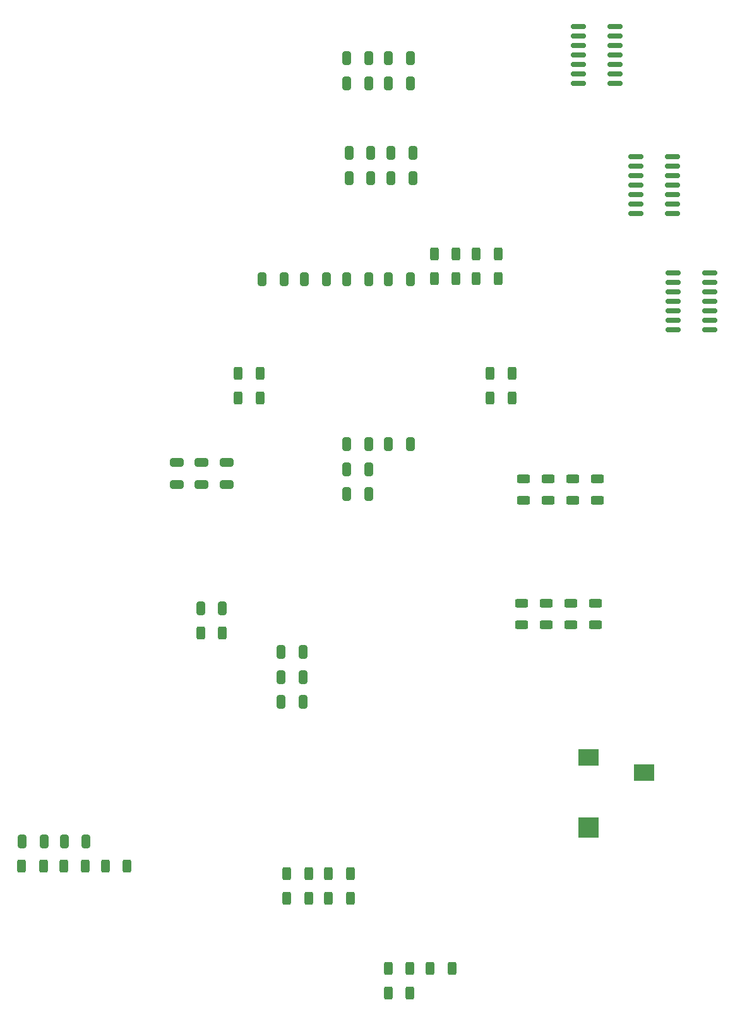
<source format=gbr>
%TF.GenerationSoftware,KiCad,Pcbnew,7.0.6*%
%TF.CreationDate,2023-07-25T22:23:12+05:30*%
%TF.ProjectId,class2_assignment,636c6173-7332-45f6-9173-7369676e6d65,rev?*%
%TF.SameCoordinates,Original*%
%TF.FileFunction,Paste,Top*%
%TF.FilePolarity,Positive*%
%FSLAX46Y46*%
G04 Gerber Fmt 4.6, Leading zero omitted, Abs format (unit mm)*
G04 Created by KiCad (PCBNEW 7.0.6) date 2023-07-25 22:23:12*
%MOMM*%
%LPD*%
G01*
G04 APERTURE LIST*
G04 Aperture macros list*
%AMRoundRect*
0 Rectangle with rounded corners*
0 $1 Rounding radius*
0 $2 $3 $4 $5 $6 $7 $8 $9 X,Y pos of 4 corners*
0 Add a 4 corners polygon primitive as box body*
4,1,4,$2,$3,$4,$5,$6,$7,$8,$9,$2,$3,0*
0 Add four circle primitives for the rounded corners*
1,1,$1+$1,$2,$3*
1,1,$1+$1,$4,$5*
1,1,$1+$1,$6,$7*
1,1,$1+$1,$8,$9*
0 Add four rect primitives between the rounded corners*
20,1,$1+$1,$2,$3,$4,$5,0*
20,1,$1+$1,$4,$5,$6,$7,0*
20,1,$1+$1,$6,$7,$8,$9,0*
20,1,$1+$1,$8,$9,$2,$3,0*%
G04 Aperture macros list end*
%ADD10RoundRect,0.150000X-0.825000X-0.150000X0.825000X-0.150000X0.825000X0.150000X-0.825000X0.150000X0*%
%ADD11R,2.800000X2.200000*%
%ADD12R,2.800000X2.800000*%
%ADD13RoundRect,0.250000X-0.650000X0.325000X-0.650000X-0.325000X0.650000X-0.325000X0.650000X0.325000X0*%
%ADD14RoundRect,0.250000X-0.312500X-0.625000X0.312500X-0.625000X0.312500X0.625000X-0.312500X0.625000X0*%
%ADD15RoundRect,0.250000X-0.325000X-0.650000X0.325000X-0.650000X0.325000X0.650000X-0.325000X0.650000X0*%
%ADD16RoundRect,0.250000X-0.625000X0.312500X-0.625000X-0.312500X0.625000X-0.312500X0.625000X0.312500X0*%
%ADD17RoundRect,0.250000X0.325000X0.650000X-0.325000X0.650000X-0.325000X-0.650000X0.325000X-0.650000X0*%
G04 APERTURE END LIST*
D10*
%TO.C,U3*%
X271780000Y-55880000D03*
X271780000Y-57150000D03*
X271780000Y-58420000D03*
X271780000Y-59690000D03*
X271780000Y-60960000D03*
X271780000Y-62230000D03*
X271780000Y-63500000D03*
X276730000Y-63500000D03*
X276730000Y-62230000D03*
X276730000Y-60960000D03*
X276730000Y-59690000D03*
X276730000Y-58420000D03*
X276730000Y-57150000D03*
X276730000Y-55880000D03*
%TD*%
%TO.C,U1*%
X259080000Y-22860000D03*
X259080000Y-24130000D03*
X259080000Y-25400000D03*
X259080000Y-26670000D03*
X259080000Y-27940000D03*
X259080000Y-29210000D03*
X259080000Y-30480000D03*
X264030000Y-30480000D03*
X264030000Y-29210000D03*
X264030000Y-27940000D03*
X264030000Y-26670000D03*
X264030000Y-25400000D03*
X264030000Y-24130000D03*
X264030000Y-22860000D03*
%TD*%
D11*
%TO.C,J2*%
X267860000Y-122820000D03*
X260460000Y-120820000D03*
D12*
X260460000Y-130220000D03*
%TD*%
D10*
%TO.C,U2*%
X266765000Y-40300000D03*
X266765000Y-41570000D03*
X266765000Y-42840000D03*
X266765000Y-44110000D03*
X266765000Y-45380000D03*
X266765000Y-46650000D03*
X266765000Y-47920000D03*
X271715000Y-47920000D03*
X271715000Y-46650000D03*
X271715000Y-45380000D03*
X271715000Y-44110000D03*
X271715000Y-42840000D03*
X271715000Y-41570000D03*
X271715000Y-40300000D03*
%TD*%
D13*
%TO.C,C4*%
X211898800Y-81280000D03*
X211898800Y-84230000D03*
%TD*%
D14*
%TO.C,R26*%
X213439300Y-72620000D03*
X216364300Y-72620000D03*
%TD*%
D15*
%TO.C,C20*%
X227978800Y-85550000D03*
X230928800Y-85550000D03*
%TD*%
%TO.C,C9*%
X233963800Y-43180000D03*
X236913800Y-43180000D03*
%TD*%
%TO.C,C25*%
X233628800Y-78850000D03*
X236578800Y-78850000D03*
%TD*%
D14*
%TO.C,R17*%
X239749200Y-56630000D03*
X242674200Y-56630000D03*
%TD*%
D16*
%TO.C,R5*%
X251750000Y-83435000D03*
X251750000Y-86360000D03*
%TD*%
D13*
%TO.C,C6*%
X205198800Y-81280000D03*
X205198800Y-84230000D03*
%TD*%
D14*
%TO.C,R22*%
X195652500Y-135400000D03*
X198577500Y-135400000D03*
%TD*%
D15*
%TO.C,C2*%
X228313800Y-43180000D03*
X231263800Y-43180000D03*
%TD*%
D16*
%TO.C,R4*%
X255040000Y-83435000D03*
X255040000Y-86360000D03*
%TD*%
D15*
%TO.C,C14*%
X184480000Y-132080000D03*
X187430000Y-132080000D03*
%TD*%
%TO.C,C1*%
X228313800Y-39830000D03*
X231263800Y-39830000D03*
%TD*%
D14*
%TO.C,R7*%
X219958900Y-139700000D03*
X222883900Y-139700000D03*
%TD*%
%TO.C,R1*%
X208408800Y-104140000D03*
X211333800Y-104140000D03*
%TD*%
%TO.C,R18*%
X247224200Y-69330000D03*
X250149200Y-69330000D03*
%TD*%
%TO.C,R25*%
X213439300Y-69330000D03*
X216364300Y-69330000D03*
%TD*%
D15*
%TO.C,C19*%
X227978800Y-82200000D03*
X230928800Y-82200000D03*
%TD*%
D14*
%TO.C,R13*%
X225568900Y-136410000D03*
X228493900Y-136410000D03*
%TD*%
%TO.C,R8*%
X184432500Y-135400000D03*
X187357500Y-135400000D03*
%TD*%
D15*
%TO.C,C7*%
X208416300Y-100820000D03*
X211366300Y-100820000D03*
%TD*%
D17*
%TO.C,C11*%
X222168800Y-113380000D03*
X219218800Y-113380000D03*
%TD*%
D14*
%TO.C,R27*%
X239183900Y-149110000D03*
X242108900Y-149110000D03*
%TD*%
D17*
%TO.C,C13*%
X222168800Y-106680000D03*
X219218800Y-106680000D03*
%TD*%
D15*
%TO.C,C8*%
X233963800Y-39830000D03*
X236913800Y-39830000D03*
%TD*%
D16*
%TO.C,R10*%
X258040000Y-100137500D03*
X258040000Y-103062500D03*
%TD*%
D15*
%TO.C,C23*%
X233628800Y-30480000D03*
X236578800Y-30480000D03*
%TD*%
D14*
%TO.C,R6*%
X219958900Y-136410000D03*
X222883900Y-136410000D03*
%TD*%
D16*
%TO.C,R12*%
X251460000Y-100137500D03*
X251460000Y-103062500D03*
%TD*%
D14*
%TO.C,R20*%
X233573900Y-149110000D03*
X236498900Y-149110000D03*
%TD*%
D15*
%TO.C,C21*%
X190130000Y-132080000D03*
X193080000Y-132080000D03*
%TD*%
D14*
%TO.C,R23*%
X245359200Y-53340000D03*
X248284200Y-53340000D03*
%TD*%
D16*
%TO.C,R9*%
X261330000Y-100137500D03*
X261330000Y-103062500D03*
%TD*%
D14*
%TO.C,R14*%
X225568900Y-139700000D03*
X228493900Y-139700000D03*
%TD*%
D15*
%TO.C,C17*%
X227978800Y-56690000D03*
X230928800Y-56690000D03*
%TD*%
D14*
%TO.C,R15*%
X190042500Y-135400000D03*
X192967500Y-135400000D03*
%TD*%
%TO.C,R16*%
X239749200Y-53340000D03*
X242674200Y-53340000D03*
%TD*%
D15*
%TO.C,C15*%
X227978800Y-27130000D03*
X230928800Y-27130000D03*
%TD*%
D16*
%TO.C,R11*%
X254750000Y-100137500D03*
X254750000Y-103062500D03*
%TD*%
D13*
%TO.C,C5*%
X208548800Y-81280000D03*
X208548800Y-84230000D03*
%TD*%
D14*
%TO.C,R21*%
X233573900Y-152400000D03*
X236498900Y-152400000D03*
%TD*%
D16*
%TO.C,R2*%
X261620000Y-83435000D03*
X261620000Y-86360000D03*
%TD*%
D14*
%TO.C,R24*%
X245359200Y-56630000D03*
X248284200Y-56630000D03*
%TD*%
D15*
%TO.C,C22*%
X233628800Y-27130000D03*
X236578800Y-27130000D03*
%TD*%
%TO.C,C16*%
X227978800Y-30480000D03*
X230928800Y-30480000D03*
%TD*%
D17*
%TO.C,C12*%
X222168800Y-110030000D03*
X219218800Y-110030000D03*
%TD*%
D14*
%TO.C,R19*%
X247224200Y-72620000D03*
X250149200Y-72620000D03*
%TD*%
D15*
%TO.C,C18*%
X227978800Y-78850000D03*
X230928800Y-78850000D03*
%TD*%
%TO.C,C10*%
X222328800Y-56690000D03*
X225278800Y-56690000D03*
%TD*%
%TO.C,C24*%
X233628800Y-56690000D03*
X236578800Y-56690000D03*
%TD*%
%TO.C,C3*%
X216678800Y-56690000D03*
X219628800Y-56690000D03*
%TD*%
D16*
%TO.C,R3*%
X258330000Y-83435000D03*
X258330000Y-86360000D03*
%TD*%
M02*

</source>
